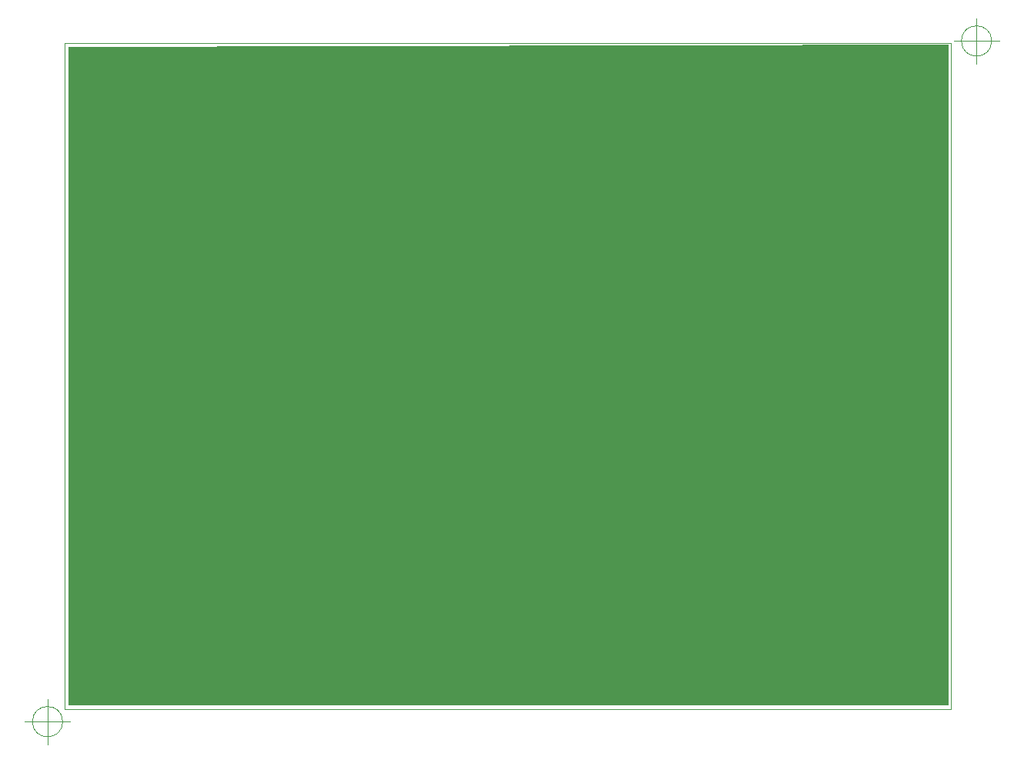
<source format=gbr>
%TF.GenerationSoftware,KiCad,Pcbnew,(6.0.5)*%
%TF.CreationDate,2023-08-26T16:02:20+02:00*%
%TF.ProjectId,IZ5 VFO V32,495a3520-5646-44f2-9056-33322e6b6963,rev?*%
%TF.SameCoordinates,Original*%
%TF.FileFunction,Soldermask,Top*%
%TF.FilePolarity,Negative*%
%FSLAX46Y46*%
G04 Gerber Fmt 4.6, Leading zero omitted, Abs format (unit mm)*
G04 Created by KiCad (PCBNEW (6.0.5)) date 2023-08-26 16:02:20*
%MOMM*%
%LPD*%
G01*
G04 APERTURE LIST*
%TA.AperFunction,Profile*%
%ADD10C,0.100000*%
%TD*%
%ADD11C,1.600000*%
%ADD12O,1.600000X1.600000*%
%ADD13R,1.700000X1.700000*%
%ADD14O,1.700000X1.700000*%
%ADD15C,2.000000*%
%ADD16O,2.000000X2.000000*%
%ADD17R,1.500000X1.500000*%
%ADD18C,1.500000*%
%ADD19R,1.800000X1.800000*%
%ADD20O,1.800000X1.800000*%
%ADD21R,1.560000X1.560000*%
%ADD22C,1.560000*%
%ADD23R,1.600000X1.600000*%
%ADD24R,2.200000X1.200000*%
%ADD25R,6.400000X5.800001*%
%ADD26R,1.524000X1.524000*%
%ADD27C,1.524000*%
%ADD28C,0.800000*%
G04 APERTURE END LIST*
D10*
X89535000Y-61214000D02*
X187071000Y-61214000D01*
X187071000Y-61214000D02*
X187071000Y-134493000D01*
X187071000Y-134493000D02*
X89535000Y-134493000D01*
X89535000Y-134493000D02*
X89535000Y-61214000D01*
X191531666Y-60960000D02*
G75*
G03*
X191531666Y-60960000I-1666666J0D01*
G01*
X187365000Y-60960000D02*
X192365000Y-60960000D01*
X189865000Y-58460000D02*
X189865000Y-63460000D01*
X89296666Y-135890000D02*
G75*
G03*
X89296666Y-135890000I-1666666J0D01*
G01*
X85130000Y-135890000D02*
X90130000Y-135890000D01*
X87630000Y-133390000D02*
X87630000Y-138390000D01*
D11*
%TO.C,R10*%
X103251000Y-73787000D03*
D12*
X113411000Y-73787000D03*
%TD*%
D11*
%TO.C,RL-2*%
X173101000Y-77597000D03*
D12*
X183261000Y-77597000D03*
%TD*%
D13*
%TO.C,J0*%
X94106991Y-65786000D03*
D14*
X94106991Y-68326000D03*
%TD*%
D13*
%TO.C,J8*%
X174371000Y-68707000D03*
D14*
X174371000Y-66167000D03*
%TD*%
D11*
%TO.C,C2-2*%
X157861000Y-78827000D03*
X157861000Y-73827000D03*
%TD*%
D15*
%TO.C,L2-3*%
X161671000Y-87757000D03*
D16*
X161671000Y-82677000D03*
%TD*%
D11*
%TO.C,C1*%
X159385000Y-121880000D03*
X159385000Y-116880000D03*
%TD*%
%TO.C,R5*%
X116078000Y-125857000D03*
D12*
X126238000Y-125857000D03*
%TD*%
D11*
%TO.C,C-01*%
X94106991Y-79796005D03*
X94106991Y-84795995D03*
%TD*%
D17*
%TO.C,D1*%
X178705000Y-119890000D03*
D18*
X178705000Y-117350000D03*
X178705002Y-114810007D03*
X178705000Y-112270000D03*
X178705002Y-109730007D03*
X178705002Y-107190007D03*
X178705002Y-104650007D03*
X178705000Y-102110000D03*
X178705000Y-99570000D03*
X178705000Y-97030000D03*
X178705000Y-94490000D03*
X178705000Y-91950000D03*
X178705000Y-89410000D03*
X178705000Y-86870000D03*
%TD*%
D15*
%TO.C,L2-2*%
X161671000Y-78327000D03*
D16*
X161671000Y-73247000D03*
%TD*%
D15*
%TO.C,L1-1*%
X154051000Y-69837000D03*
D16*
X154051000Y-64757000D03*
%TD*%
D11*
%TO.C,C2-3*%
X157861000Y-87717000D03*
X157861000Y-82717000D03*
%TD*%
D15*
%TO.C,L1-2*%
X154051000Y-78867000D03*
D16*
X154051000Y-73787000D03*
%TD*%
D13*
%TO.C,J2*%
X110871000Y-122047000D03*
D14*
X113411000Y-122047000D03*
%TD*%
D11*
%TO.C,R8*%
X99695000Y-125730000D03*
D12*
X109855000Y-125730000D03*
%TD*%
D11*
%TO.C,R4*%
X103251000Y-69977000D03*
D12*
X113411000Y-69977000D03*
%TD*%
D11*
%TO.C,C4-3*%
X169291000Y-87717000D03*
X169291000Y-82717000D03*
%TD*%
D19*
%TO.C,D1*%
X99186991Y-75819000D03*
D20*
X99186991Y-65659000D03*
%TD*%
D13*
%TO.C,j02*%
X140589000Y-125476000D03*
D14*
X143129000Y-125476000D03*
X145669000Y-125476000D03*
X148209000Y-125476000D03*
X150749000Y-125476000D03*
X153289000Y-125476000D03*
%TD*%
D11*
%TO.C,C1-3*%
X150241000Y-82717000D03*
X150241000Y-87717000D03*
%TD*%
%TO.C,C3-1*%
X165481000Y-69837000D03*
X165481000Y-64837000D03*
%TD*%
D13*
%TO.C,J6*%
X118491000Y-122047000D03*
D14*
X121031000Y-122047000D03*
%TD*%
D11*
%TO.C,RL-3*%
X173101000Y-81407000D03*
D12*
X183261000Y-81407000D03*
%TD*%
D21*
%TO.C,U3*%
X148146000Y-91900250D03*
D22*
X145606000Y-91900250D03*
X143066000Y-91900250D03*
X140526000Y-91900250D03*
X137986000Y-91900250D03*
X135446000Y-91900250D03*
X132906000Y-91900250D03*
X130366000Y-91900250D03*
X127826000Y-91900250D03*
X125286000Y-91900250D03*
X122746000Y-91900250D03*
X120206000Y-91900250D03*
X117666000Y-91900250D03*
X115126000Y-91900250D03*
X112586000Y-91900250D03*
X112586000Y-114760250D03*
X115126000Y-114760250D03*
X117666000Y-114760250D03*
X120206000Y-114760250D03*
X122746000Y-114760250D03*
X125286000Y-114760250D03*
X127826000Y-114760250D03*
X130366000Y-114760250D03*
X132906000Y-114760250D03*
X135446000Y-114760250D03*
X137986000Y-114760250D03*
X140526000Y-114760250D03*
X143066000Y-114760250D03*
X145606000Y-114760250D03*
X148146000Y-114760250D03*
%TD*%
D11*
%TO.C,C3-2*%
X165481000Y-78827000D03*
X165481000Y-73827000D03*
%TD*%
D15*
%TO.C,L2-1*%
X161671000Y-69337000D03*
D16*
X161671000Y-64257000D03*
%TD*%
D11*
%TO.C,C1-2*%
X150241000Y-73827000D03*
X150241000Y-78827000D03*
%TD*%
D13*
%TO.C,J3*%
X103251000Y-122047000D03*
D14*
X105791000Y-122047000D03*
%TD*%
D11*
%TO.C,RL-1*%
X173101000Y-73787000D03*
D12*
X183261000Y-73787000D03*
%TD*%
D23*
%TO.C,C02*%
X100330000Y-86995000D03*
D11*
X97830005Y-86995000D03*
%TD*%
%TO.C,C3-3*%
X165481000Y-87717000D03*
X165481000Y-82717000D03*
%TD*%
%TO.C,C1-1*%
X150241000Y-64797000D03*
X150241000Y-69797000D03*
%TD*%
D13*
%TO.C,J9*%
X178181000Y-68707000D03*
D14*
X178181000Y-66167000D03*
%TD*%
D11*
%TO.C,C4-2*%
X169291000Y-78787000D03*
X169291000Y-73787000D03*
%TD*%
D13*
%TO.C,J10*%
X181991000Y-68707000D03*
D14*
X181991000Y-66167000D03*
%TD*%
D15*
%TO.C,L1-3*%
X154051000Y-87757000D03*
D16*
X154051000Y-82677000D03*
%TD*%
D11*
%TO.C,R3*%
X103251000Y-66167000D03*
D12*
X113411000Y-66167000D03*
%TD*%
D24*
%TO.C,U4-78M05*%
X106500008Y-80143994D03*
D25*
X112799996Y-82424000D03*
D24*
X106500008Y-84704006D03*
%TD*%
D11*
%TO.C,C4-1*%
X169291000Y-69797000D03*
X169291000Y-64797000D03*
%TD*%
%TO.C,C2-1*%
X157861000Y-69837000D03*
X157861000Y-64837000D03*
%TD*%
%TO.C,C01*%
X93979991Y-71668000D03*
X93979991Y-76667990D03*
%TD*%
D23*
%TO.C,C00*%
X100265113Y-80645000D03*
D11*
X97765118Y-80645000D03*
%TD*%
D26*
%TO.C,U1*%
X140081000Y-83947000D03*
D27*
X137541000Y-83947000D03*
X135001000Y-83947000D03*
X132461000Y-83947000D03*
X129921000Y-83947000D03*
X127381000Y-83947000D03*
X124841000Y-83947000D03*
%TD*%
D28*
X106680000Y-93980000D03*
X106680000Y-108966000D03*
X108077000Y-113284000D03*
X107950000Y-95885000D03*
X119380000Y-99695000D03*
X130810000Y-107190007D03*
X109220000Y-102235000D03*
X96266000Y-97790000D03*
X143000000Y-111125000D03*
X128394993Y-104650007D03*
G36*
X186759121Y-61361002D02*
G01*
X186805614Y-61414658D01*
X186817000Y-61467000D01*
X186817000Y-133986000D01*
X186796998Y-134054121D01*
X186743342Y-134100614D01*
X186691000Y-134112000D01*
X90042000Y-134112000D01*
X89973879Y-134091998D01*
X89927386Y-134038342D01*
X89916000Y-133986000D01*
X89916000Y-61720670D01*
X89936002Y-61652549D01*
X89989658Y-61606056D01*
X90041669Y-61594670D01*
X186690000Y-61341000D01*
X186691000Y-61341000D01*
X186759121Y-61361002D01*
G37*
M02*

</source>
